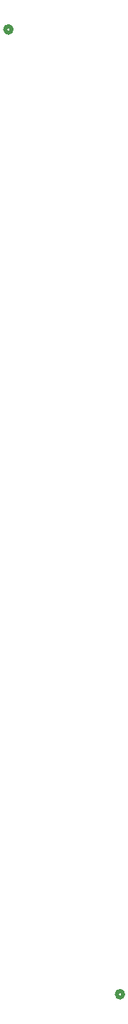
<source format=gbr>
%TF.GenerationSoftware,KiCad,Pcbnew,9.0.6*%
%TF.CreationDate,2025-12-19T02:54:44-05:00*%
%TF.ProjectId,CSI_Tester,4353495f-5465-4737-9465-722e6b696361,rev?*%
%TF.SameCoordinates,Original*%
%TF.FileFunction,Legend,Bot*%
%TF.FilePolarity,Positive*%
%FSLAX46Y46*%
G04 Gerber Fmt 4.6, Leading zero omitted, Abs format (unit mm)*
G04 Created by KiCad (PCBNEW 9.0.6) date 2025-12-19 02:54:44*
%MOMM*%
%LPD*%
G01*
G04 APERTURE LIST*
%ADD10C,0.508000*%
G04 APERTURE END LIST*
D10*
%TO.C,J3*%
X79088100Y-29616850D02*
G75*
G02*
X78326100Y-29616850I-381000J0D01*
G01*
X78326100Y-29616850D02*
G75*
G02*
X79088100Y-29616850I381000J0D01*
G01*
%TO.C,J4*%
X92373900Y-144083150D02*
G75*
G02*
X91611900Y-144083150I-381000J0D01*
G01*
X91611900Y-144083150D02*
G75*
G02*
X92373900Y-144083150I381000J0D01*
G01*
%TD*%
M02*

</source>
